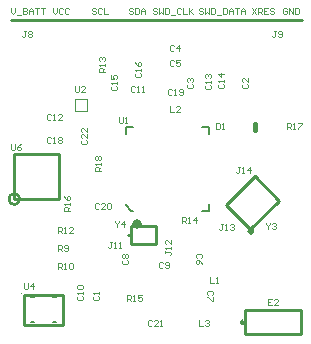
<source format=gto>
G04 Layer_Color=65535*
%FSLAX25Y25*%
%MOIN*%
G70*
G01*
G75*
%ADD14C,0.01000*%
%ADD39C,0.00197*%
%ADD40C,0.00394*%
%ADD41C,0.01575*%
%ADD42C,0.00079*%
%ADD43C,0.00787*%
%ADD44C,0.00300*%
D14*
X82297Y35446D02*
G03*
X82297Y35446I-707J0D01*
G01*
X4553Y46140D02*
G03*
X4553Y46140I-1803J0D01*
G01*
X79300Y5068D02*
G03*
X79300Y5068I-500J0D01*
G01*
X1500Y106000D02*
X98700D01*
X40560Y34200D02*
X41560D01*
Y37200D02*
X50060D01*
Y31200D02*
Y37200D01*
X41560Y31200D02*
X50060D01*
X41560D02*
Y37200D01*
X73312Y44138D02*
X81444Y36006D01*
X90990Y45552D01*
X82858Y53684D02*
X90990Y45552D01*
X73312Y44138D02*
X82858Y53684D01*
X2750Y61140D02*
X17750D01*
X2750Y46140D02*
Y61140D01*
Y46140D02*
X17750D01*
Y61140D01*
X6100Y14200D02*
X19100D01*
X6100Y4200D02*
Y14200D01*
Y4200D02*
X19100D01*
Y14200D01*
X79800Y9069D02*
X98300D01*
Y1068D02*
Y9069D01*
X79800Y1068D02*
X98300D01*
X79800D02*
Y9069D01*
D39*
X27164Y79369D02*
G03*
X27164Y79369I-197J0D01*
G01*
D40*
X5297Y14700D02*
G03*
X5297Y14700I-197J0D01*
G01*
D41*
X44465Y37855D02*
G03*
X44465Y37855I-788J0D01*
G01*
X82912Y69316D02*
Y71284D01*
D42*
X22833Y79369D02*
X26967D01*
X22833Y75432D02*
Y79369D01*
Y75432D02*
X26967D01*
X26967Y79369D01*
D43*
X15750Y5066D02*
X16734D01*
X8466D02*
X9450D01*
X15750Y13334D02*
X16734D01*
X8466D02*
X9450D01*
X67790Y42103D02*
Y44465D01*
X41805Y42103D02*
X42199D01*
X39837Y44072D02*
X41805Y42103D01*
X39837Y44072D02*
Y44465D01*
Y67696D02*
Y70056D01*
X42197D01*
X65429D02*
X67790D01*
Y67696D02*
Y70056D01*
X65428Y42103D02*
X67790D01*
D44*
X23071Y83928D02*
Y82262D01*
X23404Y81928D01*
X24071D01*
X24404Y82262D01*
Y83928D01*
X26403Y81928D02*
X25070D01*
X26403Y83261D01*
Y83595D01*
X26070Y83928D01*
X25404D01*
X25070Y83595D01*
X52333Y24866D02*
X52000Y25199D01*
X51333D01*
X51000Y24866D01*
Y23533D01*
X51333Y23200D01*
X52000D01*
X52333Y23533D01*
X52999D02*
X53333Y23200D01*
X53999D01*
X54332Y23533D01*
Y24866D01*
X53999Y25199D01*
X53333D01*
X52999Y24866D01*
Y24533D01*
X53333Y24200D01*
X54332D01*
X38934Y25733D02*
X38601Y25400D01*
Y24733D01*
X38934Y24400D01*
X40267D01*
X40600Y24733D01*
Y25400D01*
X40267Y25733D01*
X38934Y26399D02*
X38601Y26733D01*
Y27399D01*
X38934Y27732D01*
X39267D01*
X39600Y27399D01*
X39934Y27732D01*
X40267D01*
X40600Y27399D01*
Y26733D01*
X40267Y26399D01*
X39934D01*
X39600Y26733D01*
X39267Y26399D01*
X38934D01*
X39600Y26733D02*
Y27399D01*
X68766Y14067D02*
X69099Y14400D01*
Y15067D01*
X68766Y15400D01*
X67433D01*
X67100Y15067D01*
Y14400D01*
X67433Y14067D01*
X69099Y13401D02*
Y12068D01*
X68766D01*
X67433Y13401D01*
X67100D01*
X65031Y26544D02*
X65364Y26877D01*
Y27544D01*
X65031Y27877D01*
X63698D01*
X63365Y27544D01*
Y26877D01*
X63698Y26544D01*
X65364Y24545D02*
X65031Y25211D01*
X64365Y25877D01*
X63698D01*
X63365Y25544D01*
Y24878D01*
X63698Y24545D01*
X64032D01*
X64365Y24878D01*
Y25877D01*
X78033Y56899D02*
X77366D01*
X77700D01*
Y55233D01*
X77366Y54900D01*
X77033D01*
X76700Y55233D01*
X78699Y54900D02*
X79366D01*
X79033D01*
Y56899D01*
X78699Y56566D01*
X81365Y54900D02*
Y56899D01*
X80366Y55900D01*
X81698D01*
X72233Y37699D02*
X71566D01*
X71900D01*
Y36033D01*
X71566Y35700D01*
X71233D01*
X70900Y36033D01*
X72899Y35700D02*
X73566D01*
X73233D01*
Y37699D01*
X72899Y37366D01*
X74566D02*
X74899Y37699D01*
X75565D01*
X75898Y37366D01*
Y37033D01*
X75565Y36700D01*
X75232D01*
X75565D01*
X75898Y36366D01*
Y36033D01*
X75565Y35700D01*
X74899D01*
X74566Y36033D01*
X53101Y28833D02*
Y28166D01*
Y28500D01*
X54767D01*
X55100Y28166D01*
Y27833D01*
X54767Y27500D01*
X55100Y29499D02*
Y30166D01*
Y29833D01*
X53101D01*
X53434Y29499D01*
X55100Y32498D02*
Y31166D01*
X53767Y32498D01*
X53434D01*
X53101Y32165D01*
Y31499D01*
X53434Y31166D01*
X35433Y31799D02*
X34766D01*
X35100D01*
Y30133D01*
X34766Y29800D01*
X34433D01*
X34100Y30133D01*
X36099Y29800D02*
X36766D01*
X36433D01*
Y31799D01*
X36099Y31466D01*
X37765Y29800D02*
X38432D01*
X38099D01*
Y31799D01*
X37765Y31466D01*
X6533Y102099D02*
X5866D01*
X6200D01*
Y100433D01*
X5866Y100100D01*
X5533D01*
X5200Y100433D01*
X7199Y101766D02*
X7533Y102099D01*
X8199D01*
X8532Y101766D01*
Y101433D01*
X8199Y101100D01*
X8532Y100766D01*
Y100433D01*
X8199Y100100D01*
X7533D01*
X7199Y100433D01*
Y100766D01*
X7533Y101100D01*
X7199Y101433D01*
Y101766D01*
X7533Y101100D02*
X8199D01*
X90033Y102299D02*
X89366D01*
X89700D01*
Y100633D01*
X89366Y100300D01*
X89033D01*
X88700Y100633D01*
X90699D02*
X91033Y100300D01*
X91699D01*
X92032Y100633D01*
Y101966D01*
X91699Y102299D01*
X91033D01*
X90699Y101966D01*
Y101633D01*
X91033Y101300D01*
X92032D01*
X82100Y109699D02*
X83433Y107700D01*
Y109699D02*
X82100Y107700D01*
X84099D02*
Y109699D01*
X85099D01*
X85432Y109366D01*
Y108700D01*
X85099Y108367D01*
X84099D01*
X84766D02*
X85432Y107700D01*
X87432Y109699D02*
X86099D01*
Y107700D01*
X87432D01*
X86099Y108700D02*
X86765D01*
X89431Y109366D02*
X89098Y109699D01*
X88431D01*
X88098Y109366D01*
Y109033D01*
X88431Y108700D01*
X89098D01*
X89431Y108367D01*
Y108033D01*
X89098Y107700D01*
X88431D01*
X88098Y108033D01*
X42333Y109366D02*
X42000Y109699D01*
X41333D01*
X41000Y109366D01*
Y109033D01*
X41333Y108700D01*
X42000D01*
X42333Y108367D01*
Y108033D01*
X42000Y107700D01*
X41333D01*
X41000Y108033D01*
X42999Y109699D02*
Y107700D01*
X43999D01*
X44332Y108033D01*
Y109366D01*
X43999Y109699D01*
X42999D01*
X44999Y107700D02*
Y109033D01*
X45665Y109699D01*
X46332Y109033D01*
Y107700D01*
Y108700D01*
X44999D01*
X65633Y109366D02*
X65300Y109699D01*
X64633D01*
X64300Y109366D01*
Y109033D01*
X64633Y108700D01*
X65300D01*
X65633Y108367D01*
Y108033D01*
X65300Y107700D01*
X64633D01*
X64300Y108033D01*
X66299Y109699D02*
Y107700D01*
X66966Y108367D01*
X67632Y107700D01*
Y109699D01*
X68299D02*
Y107700D01*
X69298D01*
X69632Y108033D01*
Y109366D01*
X69298Y109699D01*
X68299D01*
X70298Y107367D02*
X71631D01*
X72297Y109699D02*
Y107700D01*
X73297D01*
X73630Y108033D01*
Y109366D01*
X73297Y109699D01*
X72297D01*
X74297Y107700D02*
Y109033D01*
X74963Y109699D01*
X75630Y109033D01*
Y107700D01*
Y108700D01*
X74297D01*
X76296Y109699D02*
X77629D01*
X76963D01*
Y107700D01*
X78295D02*
Y109033D01*
X78962Y109699D01*
X79628Y109033D01*
Y107700D01*
Y108700D01*
X78295D01*
X50333Y109366D02*
X50000Y109699D01*
X49333D01*
X49000Y109366D01*
Y109033D01*
X49333Y108700D01*
X50000D01*
X50333Y108367D01*
Y108033D01*
X50000Y107700D01*
X49333D01*
X49000Y108033D01*
X50999Y109699D02*
Y107700D01*
X51666Y108367D01*
X52332Y107700D01*
Y109699D01*
X52999D02*
Y107700D01*
X53998D01*
X54332Y108033D01*
Y109366D01*
X53998Y109699D01*
X52999D01*
X54998Y107367D02*
X56331D01*
X58330Y109366D02*
X57997Y109699D01*
X57331D01*
X56997Y109366D01*
Y108033D01*
X57331Y107700D01*
X57997D01*
X58330Y108033D01*
X58997Y109699D02*
Y107700D01*
X60330D01*
X60996Y109699D02*
Y107700D01*
Y108367D01*
X62329Y109699D01*
X61329Y108700D01*
X62329Y107700D01*
X15500Y109699D02*
Y108367D01*
X16166Y107700D01*
X16833Y108367D01*
Y109699D01*
X18832Y109366D02*
X18499Y109699D01*
X17833D01*
X17499Y109366D01*
Y108033D01*
X17833Y107700D01*
X18499D01*
X18832Y108033D01*
X20832Y109366D02*
X20498Y109699D01*
X19832D01*
X19499Y109366D01*
Y108033D01*
X19832Y107700D01*
X20498D01*
X20832Y108033D01*
X1500Y109699D02*
Y108367D01*
X2166Y107700D01*
X2833Y108367D01*
Y109699D01*
X3499Y107367D02*
X4832D01*
X5499Y109699D02*
Y107700D01*
X6498D01*
X6832Y108033D01*
Y108367D01*
X6498Y108700D01*
X5499D01*
X6498D01*
X6832Y109033D01*
Y109366D01*
X6498Y109699D01*
X5499D01*
X7498Y107700D02*
Y109033D01*
X8164Y109699D01*
X8831Y109033D01*
Y107700D01*
Y108700D01*
X7498D01*
X9497Y109699D02*
X10830D01*
X10164D01*
Y107700D01*
X11497Y109699D02*
X12830D01*
X12163D01*
Y107700D01*
X93533Y109366D02*
X93200Y109699D01*
X92533D01*
X92200Y109366D01*
Y108033D01*
X92533Y107700D01*
X93200D01*
X93533Y108033D01*
Y108700D01*
X92866D01*
X94199Y107700D02*
Y109699D01*
X95532Y107700D01*
Y109699D01*
X96199D02*
Y107700D01*
X97198D01*
X97532Y108033D01*
Y109366D01*
X97198Y109699D01*
X96199D01*
X29933Y109366D02*
X29600Y109699D01*
X28933D01*
X28600Y109366D01*
Y109033D01*
X28933Y108700D01*
X29600D01*
X29933Y108367D01*
Y108033D01*
X29600Y107700D01*
X28933D01*
X28600Y108033D01*
X31932Y109366D02*
X31599Y109699D01*
X30933D01*
X30599Y109366D01*
Y108033D01*
X30933Y107700D01*
X31599D01*
X31932Y108033D01*
X32599Y109699D02*
Y107700D01*
X33932D01*
X64200Y5899D02*
Y3900D01*
X65533D01*
X66199Y5566D02*
X66533Y5899D01*
X67199D01*
X67532Y5566D01*
Y5233D01*
X67199Y4900D01*
X66866D01*
X67199D01*
X67532Y4566D01*
Y4233D01*
X67199Y3900D01*
X66533D01*
X66199Y4233D01*
X67900Y20199D02*
Y18200D01*
X69233D01*
X69899D02*
X70566D01*
X70233D01*
Y20199D01*
X69899Y19866D01*
X70000Y71599D02*
Y69600D01*
X71000D01*
X71333Y69933D01*
Y71266D01*
X71000Y71599D01*
X70000D01*
X71999Y69600D02*
X72666D01*
X72333D01*
Y71599D01*
X71999Y71266D01*
X55833Y92166D02*
X55500Y92499D01*
X54833D01*
X54500Y92166D01*
Y90833D01*
X54833Y90500D01*
X55500D01*
X55833Y90833D01*
X57832Y92499D02*
X56499D01*
Y91500D01*
X57166Y91833D01*
X57499D01*
X57832Y91500D01*
Y90833D01*
X57499Y90500D01*
X56833D01*
X56499Y90833D01*
X56033Y97266D02*
X55700Y97599D01*
X55033D01*
X54700Y97266D01*
Y95933D01*
X55033Y95600D01*
X55700D01*
X56033Y95933D01*
X57699Y95600D02*
Y97599D01*
X56699Y96600D01*
X58032D01*
X60734Y84433D02*
X60401Y84100D01*
Y83433D01*
X60734Y83100D01*
X62067D01*
X62400Y83433D01*
Y84100D01*
X62067Y84433D01*
X60734Y85099D02*
X60401Y85433D01*
Y86099D01*
X60734Y86432D01*
X61067D01*
X61400Y86099D01*
Y85766D01*
Y86099D01*
X61734Y86432D01*
X62067D01*
X62400Y86099D01*
Y85433D01*
X62067Y85099D01*
X79134Y84433D02*
X78801Y84100D01*
Y83433D01*
X79134Y83100D01*
X80467D01*
X80800Y83433D01*
Y84100D01*
X80467Y84433D01*
X80800Y86432D02*
Y85099D01*
X79467Y86432D01*
X79134D01*
X78801Y86099D01*
Y85433D01*
X79134Y85099D01*
X36300Y38699D02*
Y38366D01*
X36966Y37700D01*
X37633Y38366D01*
Y38699D01*
X36966Y37700D02*
Y36700D01*
X39299D02*
Y38699D01*
X38299Y37700D01*
X39632D01*
X86500Y38299D02*
Y37966D01*
X87166Y37300D01*
X87833Y37966D01*
Y38299D01*
X87166Y37300D02*
Y36300D01*
X88499Y37966D02*
X88833Y38299D01*
X89499D01*
X89832Y37966D01*
Y37633D01*
X89499Y37300D01*
X89166D01*
X89499D01*
X89832Y36966D01*
Y36633D01*
X89499Y36300D01*
X88833D01*
X88499Y36633D01*
X1750Y64539D02*
Y62873D01*
X2084Y62540D01*
X2750D01*
X3083Y62873D01*
Y64539D01*
X5083D02*
X4416Y64206D01*
X3750Y63540D01*
Y62873D01*
X4083Y62540D01*
X4749D01*
X5083Y62873D01*
Y63207D01*
X4749Y63540D01*
X3750D01*
X6100Y18099D02*
Y16433D01*
X6433Y16100D01*
X7100D01*
X7433Y16433D01*
Y18099D01*
X9099Y16100D02*
Y18099D01*
X8099Y17100D01*
X9432D01*
X54600Y77099D02*
Y75100D01*
X55933D01*
X57932D02*
X56599D01*
X57932Y76433D01*
Y76766D01*
X57599Y77099D01*
X56933D01*
X56599Y76766D01*
X88633Y12868D02*
X87300D01*
Y10869D01*
X88633D01*
X87300Y11868D02*
X87966D01*
X90632Y10869D02*
X89299D01*
X90632Y12201D01*
Y12535D01*
X90299Y12868D01*
X89633D01*
X89299Y12535D01*
X48733Y5566D02*
X48400Y5899D01*
X47733D01*
X47400Y5566D01*
Y4233D01*
X47733Y3900D01*
X48400D01*
X48733Y4233D01*
X50732Y3900D02*
X49399D01*
X50732Y5233D01*
Y5566D01*
X50399Y5899D01*
X49733D01*
X49399Y5566D01*
X51399Y3900D02*
X52065D01*
X51732D01*
Y5899D01*
X51399Y5566D01*
X35334Y83733D02*
X35001Y83400D01*
Y82733D01*
X35334Y82400D01*
X36667D01*
X37000Y82733D01*
Y83400D01*
X36667Y83733D01*
X37000Y84399D02*
Y85066D01*
Y84733D01*
X35001D01*
X35334Y84399D01*
X35001Y87398D02*
Y86066D01*
X36000D01*
X35667Y86732D01*
Y87065D01*
X36000Y87398D01*
X36667D01*
X37000Y87065D01*
Y86399D01*
X36667Y86066D01*
X14933Y66566D02*
X14600Y66899D01*
X13933D01*
X13600Y66566D01*
Y65233D01*
X13933Y64900D01*
X14600D01*
X14933Y65233D01*
X15599Y64900D02*
X16266D01*
X15933D01*
Y66899D01*
X15599Y66566D01*
X17266D02*
X17599Y66899D01*
X18265D01*
X18598Y66566D01*
Y66233D01*
X18265Y65900D01*
X18598Y65566D01*
Y65233D01*
X18265Y64900D01*
X17599D01*
X17266Y65233D01*
Y65566D01*
X17599Y65900D01*
X17266Y66233D01*
Y66566D01*
X17599Y65900D02*
X18265D01*
X29234Y13733D02*
X28901Y13400D01*
Y12733D01*
X29234Y12400D01*
X30567D01*
X30900Y12733D01*
Y13400D01*
X30567Y13733D01*
X30900Y14399D02*
Y15066D01*
Y14733D01*
X28901D01*
X29234Y14399D01*
X37600Y73599D02*
Y71933D01*
X37933Y71600D01*
X38600D01*
X38933Y71933D01*
Y73599D01*
X39599Y71600D02*
X40266D01*
X39933D01*
Y73599D01*
X39599Y73266D01*
X23834Y13733D02*
X23501Y13400D01*
Y12733D01*
X23834Y12400D01*
X25167D01*
X25500Y12733D01*
Y13400D01*
X25167Y13733D01*
X25500Y14399D02*
Y15066D01*
Y14733D01*
X23501D01*
X23834Y14399D01*
Y16066D02*
X23501Y16399D01*
Y17065D01*
X23834Y17398D01*
X25167D01*
X25500Y17065D01*
Y16399D01*
X25167Y16066D01*
X23834D01*
X43033Y83566D02*
X42700Y83899D01*
X42033D01*
X41700Y83566D01*
Y82233D01*
X42033Y81900D01*
X42700D01*
X43033Y82233D01*
X43699Y81900D02*
X44366D01*
X44033D01*
Y83899D01*
X43699Y83566D01*
X45366Y81900D02*
X46032D01*
X45699D01*
Y83899D01*
X45366Y83566D01*
X15033Y74166D02*
X14700Y74499D01*
X14033D01*
X13700Y74166D01*
Y72833D01*
X14033Y72500D01*
X14700D01*
X15033Y72833D01*
X15699Y72500D02*
X16366D01*
X16033D01*
Y74499D01*
X15699Y74166D01*
X18698Y72500D02*
X17366D01*
X18698Y73833D01*
Y74166D01*
X18365Y74499D01*
X17699D01*
X17366Y74166D01*
X66634Y84233D02*
X66301Y83900D01*
Y83233D01*
X66634Y82900D01*
X67967D01*
X68300Y83233D01*
Y83900D01*
X67967Y84233D01*
X68300Y84899D02*
Y85566D01*
Y85233D01*
X66301D01*
X66634Y84899D01*
Y86566D02*
X66301Y86899D01*
Y87565D01*
X66634Y87898D01*
X66967D01*
X67300Y87565D01*
Y87232D01*
Y87565D01*
X67634Y87898D01*
X67967D01*
X68300Y87565D01*
Y86899D01*
X67967Y86566D01*
X70934Y84633D02*
X70601Y84300D01*
Y83633D01*
X70934Y83300D01*
X72267D01*
X72600Y83633D01*
Y84300D01*
X72267Y84633D01*
X72600Y85299D02*
Y85966D01*
Y85633D01*
X70601D01*
X70934Y85299D01*
X72600Y87965D02*
X70601D01*
X71600Y86966D01*
Y88298D01*
X43334Y88133D02*
X43001Y87800D01*
Y87133D01*
X43334Y86800D01*
X44667D01*
X45000Y87133D01*
Y87800D01*
X44667Y88133D01*
X45000Y88799D02*
Y89466D01*
Y89133D01*
X43001D01*
X43334Y88799D01*
X43001Y91798D02*
X43334Y91132D01*
X44000Y90465D01*
X44667D01*
X45000Y90799D01*
Y91465D01*
X44667Y91798D01*
X44334D01*
X44000Y91465D01*
Y90465D01*
X55433Y82666D02*
X55100Y82999D01*
X54433D01*
X54100Y82666D01*
Y81333D01*
X54433Y81000D01*
X55100D01*
X55433Y81333D01*
X56099Y81000D02*
X56766D01*
X56433D01*
Y82999D01*
X56099Y82666D01*
X57766Y81333D02*
X58099Y81000D01*
X58765D01*
X59098Y81333D01*
Y82666D01*
X58765Y82999D01*
X58099D01*
X57766Y82666D01*
Y82333D01*
X58099Y82000D01*
X59098D01*
X31133Y44366D02*
X30800Y44699D01*
X30133D01*
X29800Y44366D01*
Y43033D01*
X30133Y42700D01*
X30800D01*
X31133Y43033D01*
X33132Y42700D02*
X31799D01*
X33132Y44033D01*
Y44366D01*
X32799Y44699D01*
X32133D01*
X31799Y44366D01*
X33799D02*
X34132Y44699D01*
X34798D01*
X35132Y44366D01*
Y43033D01*
X34798Y42700D01*
X34132D01*
X33799Y43033D01*
Y44366D01*
X25234Y65833D02*
X24901Y65500D01*
Y64833D01*
X25234Y64500D01*
X26567D01*
X26900Y64833D01*
Y65500D01*
X26567Y65833D01*
X26900Y67832D02*
Y66499D01*
X25567Y67832D01*
X25234D01*
X24901Y67499D01*
Y66833D01*
X25234Y66499D01*
X26900Y69832D02*
Y68499D01*
X25567Y69832D01*
X25234D01*
X24901Y69498D01*
Y68832D01*
X25234Y68499D01*
X17400Y29000D02*
Y30999D01*
X18400D01*
X18733Y30666D01*
Y30000D01*
X18400Y29666D01*
X17400D01*
X18067D02*
X18733Y29000D01*
X19399Y29333D02*
X19733Y29000D01*
X20399D01*
X20732Y29333D01*
Y30666D01*
X20399Y30999D01*
X19733D01*
X19399Y30666D01*
Y30333D01*
X19733Y30000D01*
X20732D01*
X17400Y22800D02*
Y24799D01*
X18400D01*
X18733Y24466D01*
Y23800D01*
X18400Y23467D01*
X17400D01*
X18067D02*
X18733Y22800D01*
X19399D02*
X20066D01*
X19733D01*
Y24799D01*
X19399Y24466D01*
X21066D02*
X21399Y24799D01*
X22065D01*
X22398Y24466D01*
Y23133D01*
X22065Y22800D01*
X21399D01*
X21066Y23133D01*
Y24466D01*
X17200Y34800D02*
Y36799D01*
X18200D01*
X18533Y36466D01*
Y35800D01*
X18200Y35466D01*
X17200D01*
X17866D02*
X18533Y34800D01*
X19199D02*
X19866D01*
X19533D01*
Y36799D01*
X19199Y36466D01*
X22198Y34800D02*
X20865D01*
X22198Y36133D01*
Y36466D01*
X21865Y36799D01*
X21199D01*
X20865Y36466D01*
X32900Y88600D02*
X30901D01*
Y89600D01*
X31234Y89933D01*
X31900D01*
X32234Y89600D01*
Y88600D01*
Y89266D02*
X32900Y89933D01*
Y90599D02*
Y91266D01*
Y90933D01*
X30901D01*
X31234Y90599D01*
Y92265D02*
X30901Y92599D01*
Y93265D01*
X31234Y93598D01*
X31567D01*
X31900Y93265D01*
Y92932D01*
Y93265D01*
X32234Y93598D01*
X32567D01*
X32900Y93265D01*
Y92599D01*
X32567Y92265D01*
X58600Y38200D02*
Y40199D01*
X59600D01*
X59933Y39866D01*
Y39200D01*
X59600Y38866D01*
X58600D01*
X59266D02*
X59933Y38200D01*
X60599D02*
X61266D01*
X60933D01*
Y40199D01*
X60599Y39866D01*
X63265Y38200D02*
Y40199D01*
X62265Y39200D01*
X63598D01*
X40300Y12300D02*
Y14299D01*
X41300D01*
X41633Y13966D01*
Y13300D01*
X41300Y12967D01*
X40300D01*
X40966D02*
X41633Y12300D01*
X42299D02*
X42966D01*
X42633D01*
Y14299D01*
X42299Y13966D01*
X45298Y14299D02*
X43966D01*
Y13300D01*
X44632Y13633D01*
X44965D01*
X45298Y13300D01*
Y12633D01*
X44965Y12300D01*
X44299D01*
X43966Y12633D01*
X21300Y42300D02*
X19301D01*
Y43300D01*
X19634Y43633D01*
X20300D01*
X20633Y43300D01*
Y42300D01*
Y42966D02*
X21300Y43633D01*
Y44299D02*
Y44966D01*
Y44633D01*
X19301D01*
X19634Y44299D01*
X19301Y47298D02*
X19634Y46632D01*
X20300Y45965D01*
X20967D01*
X21300Y46299D01*
Y46965D01*
X20967Y47298D01*
X20633D01*
X20300Y46965D01*
Y45965D01*
X93500Y69400D02*
Y71399D01*
X94500D01*
X94833Y71066D01*
Y70400D01*
X94500Y70066D01*
X93500D01*
X94166D02*
X94833Y69400D01*
X95499D02*
X96166D01*
X95833D01*
Y71399D01*
X95499Y71066D01*
X97166Y71399D02*
X98498D01*
Y71066D01*
X97166Y69733D01*
Y69400D01*
X31800Y55500D02*
X29801D01*
Y56500D01*
X30134Y56833D01*
X30800D01*
X31134Y56500D01*
Y55500D01*
Y56166D02*
X31800Y56833D01*
Y57499D02*
Y58166D01*
Y57833D01*
X29801D01*
X30134Y57499D01*
Y59166D02*
X29801Y59499D01*
Y60165D01*
X30134Y60498D01*
X30467D01*
X30800Y60165D01*
X31134Y60498D01*
X31467D01*
X31800Y60165D01*
Y59499D01*
X31467Y59166D01*
X31134D01*
X30800Y59499D01*
X30467Y59166D01*
X30134D01*
X30800Y59499D02*
Y60165D01*
M02*

</source>
